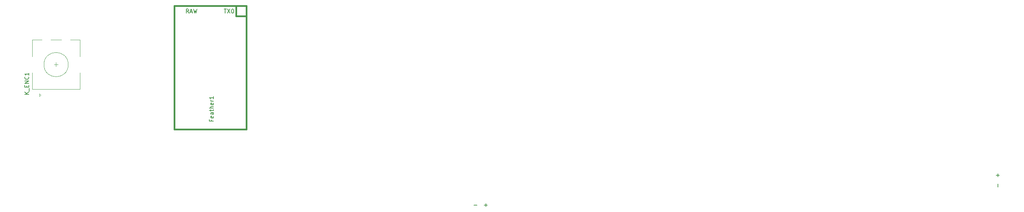
<source format=gto>
G04 #@! TF.GenerationSoftware,KiCad,Pcbnew,(5.0.1)-3*
G04 #@! TF.CreationDate,2020-01-28T19:02:16+02:00*
G04 #@! TF.ProjectId,PRKL30,50524B4C33302E6B696361645F706362,rev?*
G04 #@! TF.SameCoordinates,Original*
G04 #@! TF.FileFunction,Legend,Top*
G04 #@! TF.FilePolarity,Positive*
%FSLAX46Y46*%
G04 Gerber Fmt 4.6, Leading zero omitted, Abs format (unit mm)*
G04 Created by KiCad (PCBNEW (5.0.1)-3) date 01/28/20 19:02:16*
%MOMM*%
%LPD*%
G01*
G04 APERTURE LIST*
%ADD10C,0.381000*%
%ADD11C,0.120000*%
%ADD12C,0.150000*%
G04 APERTURE END LIST*
D10*
G04 #@! TO.C,MCU_Pro_Micr0*
X106350000Y-54700000D02*
X108890000Y-54700000D01*
X106350000Y-52160000D02*
X106350000Y-54700000D01*
X91110000Y-82640000D02*
X91110000Y-52160000D01*
X108890000Y-82640000D02*
X91110000Y-82640000D01*
X108890000Y-52160000D02*
X108890000Y-82640000D01*
X91110000Y-52160000D02*
X108890000Y-52160000D01*
D11*
G04 #@! TO.C,K_ENC1*
X64912500Y-66675000D02*
G75*
G03X64912500Y-66675000I-3000000J0D01*
G01*
X56012500Y-64675000D02*
X56012500Y-60575000D01*
X67812500Y-60575000D02*
X67812500Y-64675000D01*
X67812500Y-68675000D02*
X67812500Y-72775000D01*
X56012500Y-68675000D02*
X56012500Y-72775000D01*
X56012500Y-72775000D02*
X67812500Y-72775000D01*
X58112500Y-74175000D02*
X57812500Y-74475000D01*
X57812500Y-74475000D02*
X57812500Y-73875000D01*
X57812500Y-73875000D02*
X58112500Y-74175000D01*
X56012500Y-60575000D02*
X58412500Y-60575000D01*
X60612500Y-60575000D02*
X63212500Y-60575000D01*
X65412500Y-60575000D02*
X67812500Y-60575000D01*
X61412500Y-66675000D02*
X62412500Y-66675000D01*
X61912500Y-67175000D02*
X61912500Y-66175000D01*
G04 #@! TO.C,K_ISOENTER1*
D12*
X294271428Y-96900952D02*
X294271428Y-96139047D01*
X294271428Y-94360952D02*
X294271428Y-93599047D01*
X294652380Y-93980000D02*
X293890476Y-93980000D01*
G04 #@! TO.C,Feather1*
X100228571Y-80290476D02*
X100228571Y-80623809D01*
X100752380Y-80623809D02*
X99752380Y-80623809D01*
X99752380Y-80147619D01*
X100704761Y-79385714D02*
X100752380Y-79480952D01*
X100752380Y-79671428D01*
X100704761Y-79766666D01*
X100609523Y-79814285D01*
X100228571Y-79814285D01*
X100133333Y-79766666D01*
X100085714Y-79671428D01*
X100085714Y-79480952D01*
X100133333Y-79385714D01*
X100228571Y-79338095D01*
X100323809Y-79338095D01*
X100419047Y-79814285D01*
X100752380Y-78480952D02*
X100228571Y-78480952D01*
X100133333Y-78528571D01*
X100085714Y-78623809D01*
X100085714Y-78814285D01*
X100133333Y-78909523D01*
X100704761Y-78480952D02*
X100752380Y-78576190D01*
X100752380Y-78814285D01*
X100704761Y-78909523D01*
X100609523Y-78957142D01*
X100514285Y-78957142D01*
X100419047Y-78909523D01*
X100371428Y-78814285D01*
X100371428Y-78576190D01*
X100323809Y-78480952D01*
X100085714Y-78147619D02*
X100085714Y-77766666D01*
X99752380Y-78004761D02*
X100609523Y-78004761D01*
X100704761Y-77957142D01*
X100752380Y-77861904D01*
X100752380Y-77766666D01*
X100752380Y-77433333D02*
X99752380Y-77433333D01*
X100752380Y-77004761D02*
X100228571Y-77004761D01*
X100133333Y-77052380D01*
X100085714Y-77147619D01*
X100085714Y-77290476D01*
X100133333Y-77385714D01*
X100180952Y-77433333D01*
X100704761Y-76147619D02*
X100752380Y-76242857D01*
X100752380Y-76433333D01*
X100704761Y-76528571D01*
X100609523Y-76576190D01*
X100228571Y-76576190D01*
X100133333Y-76528571D01*
X100085714Y-76433333D01*
X100085714Y-76242857D01*
X100133333Y-76147619D01*
X100228571Y-76100000D01*
X100323809Y-76100000D01*
X100419047Y-76576190D01*
X100752380Y-75671428D02*
X100085714Y-75671428D01*
X100276190Y-75671428D02*
X100180952Y-75623809D01*
X100133333Y-75576190D01*
X100085714Y-75480952D01*
X100085714Y-75385714D01*
X100752380Y-74528571D02*
X100752380Y-75100000D01*
X100752380Y-74814285D02*
X99752380Y-74814285D01*
X99895238Y-74909523D01*
X99990476Y-75004761D01*
X100038095Y-75100000D01*
G04 #@! TO.C,MCU_Pro_Micr0*
X94609523Y-53952380D02*
X94276190Y-53476190D01*
X94038095Y-53952380D02*
X94038095Y-52952380D01*
X94419047Y-52952380D01*
X94514285Y-53000000D01*
X94561904Y-53047619D01*
X94609523Y-53142857D01*
X94609523Y-53285714D01*
X94561904Y-53380952D01*
X94514285Y-53428571D01*
X94419047Y-53476190D01*
X94038095Y-53476190D01*
X94990476Y-53666666D02*
X95466666Y-53666666D01*
X94895238Y-53952380D02*
X95228571Y-52952380D01*
X95561904Y-53952380D01*
X95800000Y-52952380D02*
X96038095Y-53952380D01*
X96228571Y-53238095D01*
X96419047Y-53952380D01*
X96657142Y-52952380D01*
X103361904Y-52952380D02*
X103933333Y-52952380D01*
X103647619Y-53952380D02*
X103647619Y-52952380D01*
X104171428Y-52952380D02*
X104838095Y-53952380D01*
X104838095Y-52952380D02*
X104171428Y-53952380D01*
X105409523Y-52952380D02*
X105504761Y-52952380D01*
X105600000Y-53000000D01*
X105647619Y-53047619D01*
X105695238Y-53142857D01*
X105742857Y-53333333D01*
X105742857Y-53571428D01*
X105695238Y-53761904D01*
X105647619Y-53857142D01*
X105600000Y-53904761D01*
X105504761Y-53952380D01*
X105409523Y-53952380D01*
X105314285Y-53904761D01*
X105266666Y-53857142D01*
X105219047Y-53761904D01*
X105171428Y-53571428D01*
X105171428Y-53333333D01*
X105219047Y-53142857D01*
X105266666Y-53047619D01*
X105314285Y-53000000D01*
X105409523Y-52952380D01*
G04 #@! TO.C,K_2Uspc1*
X167577047Y-101346428D02*
X168338952Y-101346428D01*
X167958000Y-101727380D02*
X167958000Y-100965476D01*
X165037047Y-101346428D02*
X165798952Y-101346428D01*
G04 #@! TO.C,K_ENC1*
X55164880Y-73970238D02*
X54164880Y-73970238D01*
X55164880Y-73398809D02*
X54593452Y-73827380D01*
X54164880Y-73398809D02*
X54736309Y-73970238D01*
X55260119Y-73208333D02*
X55260119Y-72446428D01*
X54641071Y-72208333D02*
X54641071Y-71875000D01*
X55164880Y-71732142D02*
X55164880Y-72208333D01*
X54164880Y-72208333D01*
X54164880Y-71732142D01*
X55164880Y-71303571D02*
X54164880Y-71303571D01*
X55164880Y-70732142D01*
X54164880Y-70732142D01*
X55069642Y-69684523D02*
X55117261Y-69732142D01*
X55164880Y-69875000D01*
X55164880Y-69970238D01*
X55117261Y-70113095D01*
X55022023Y-70208333D01*
X54926785Y-70255952D01*
X54736309Y-70303571D01*
X54593452Y-70303571D01*
X54402976Y-70255952D01*
X54307738Y-70208333D01*
X54212500Y-70113095D01*
X54164880Y-69970238D01*
X54164880Y-69875000D01*
X54212500Y-69732142D01*
X54260119Y-69684523D01*
X55164880Y-68732142D02*
X55164880Y-69303571D01*
X55164880Y-69017857D02*
X54164880Y-69017857D01*
X54307738Y-69113095D01*
X54402976Y-69208333D01*
X54450595Y-69303571D01*
G04 #@! TD*
M02*

</source>
